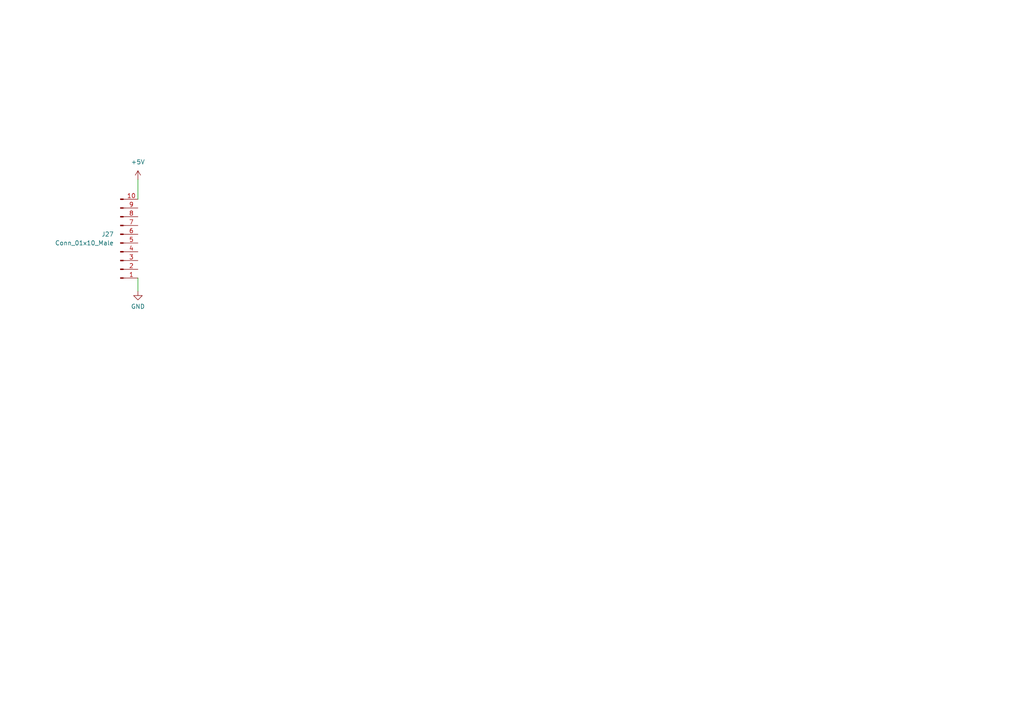
<source format=kicad_sch>
(kicad_sch (version 20211123) (generator eeschema)
  (paper "A4")
  (lib_symbols
    (symbol "Connector:Conn_01x10_Male" (pin_names (offset 1.016) hide)
      (property "Reference" "J" (at 0 12.7 0))
      (property "Value" "Conn_01x10_Male" (at 0 -15.24 0))
      (symbol "Conn_01x10_Male_1_1"
        (polyline (pts (xy 1.27 -12.7) (xy 0.8636 -12.7)) (stroke (width 0.1524)))
        (polyline (pts (xy 1.27 -10.16) (xy 0.8636 -10.16)) (stroke (width 0.1524)))
        (polyline (pts (xy 1.27 -7.62) (xy 0.8636 -7.62)) (stroke (width 0.1524)))
        (polyline (pts (xy 1.27 -5.08) (xy 0.8636 -5.08)) (stroke (width 0.1524)))
        (polyline (pts (xy 1.27 -2.54) (xy 0.8636 -2.54)) (stroke (width 0.1524)))
        (polyline (pts (xy 1.27 0) (xy 0.8636 0)) (stroke (width 0.1524)))
        (polyline (pts (xy 1.27 2.54) (xy 0.8636 2.54)) (stroke (width 0.1524)))
        (polyline (pts (xy 1.27 5.08) (xy 0.8636 5.08)) (stroke (width 0.1524)))
        (polyline (pts (xy 1.27 7.62) (xy 0.8636 7.62)) (stroke (width 0.1524)))
        (polyline (pts (xy 1.27 10.16) (xy 0.8636 10.16)) (stroke (width 0.1524)))
        (rectangle (start 0.8636 -12.573) (end 0 -12.827) (stroke (width 0.1524)) (fill (type outline)))
        (rectangle (start 0.8636 -10.033) (end 0 -10.287) (stroke (width 0.1524)) (fill (type outline)))
        (rectangle (start 0.8636 -7.493) (end 0 -7.747) (stroke (width 0.1524)) (fill (type outline)))
        (rectangle (start 0.8636 -4.953) (end 0 -5.207) (stroke (width 0.1524)) (fill (type outline)))
        (rectangle (start 0.8636 -2.413) (end 0 -2.667) (stroke (width 0.1524)) (fill (type outline)))
        (rectangle (start 0.8636 0.127) (end 0 -0.127) (stroke (width 0.1524)) (fill (type outline)))
        (rectangle (start 0.8636 2.667) (end 0 2.413) (stroke (width 0.1524)) (fill (type outline)))
        (rectangle (start 0.8636 5.207) (end 0 4.953) (stroke (width 0.1524)) (fill (type outline)))
        (rectangle (start 0.8636 7.747) (end 0 7.493) (stroke (width 0.1524)) (fill (type outline)))
        (rectangle (start 0.8636 10.287) (end 0 10.033) (stroke (width 0.1524)) (fill (type outline)))
        (pin passive line (at 5.08 10.16 180) (length 3.81) (name "Pin_1") (number "1"))
        (pin passive line (at 5.08 -12.7 180) (length 3.81) (name "Pin_10") (number "10"))
        (pin passive line (at 5.08 7.62 180) (length 3.81) (name "Pin_2") (number "2"))
        (pin passive line (at 5.08 5.08 180) (length 3.81) (name "Pin_3") (number "3"))
        (pin passive line (at 5.08 2.54 180) (length 3.81) (name "Pin_4") (number "4"))
        (pin passive line (at 5.08 0 180) (length 3.81) (name "Pin_5") (number "5"))
        (pin passive line (at 5.08 -2.54 180) (length 3.81) (name "Pin_6") (number "6"))
        (pin passive line (at 5.08 -5.08 180) (length 3.81) (name "Pin_7") (number "7"))
        (pin passive line (at 5.08 -7.62 180) (length 3.81) (name "Pin_8") (number "8"))
        (pin passive line (at 5.08 -10.16 180) (length 3.81) (name "Pin_9") (number "9"))
      )
    )
    (symbol "power:+5V" (power) (pin_names (offset 0))
      (property "Value" "+5V" (at 0 3.556 0))
      (symbol "+5V_0_1"
        (polyline (pts (xy -0.762 1.27) (xy 0 2.54)))
        (polyline (pts (xy 0 0) (xy 0 2.54)))
        (polyline (pts (xy 0 2.54) (xy 0.762 1.27)))
      )
      (symbol "+5V_1_1"
        (pin power_in line (at 0 0 90) (length 0) hide (name "+5V") (number "1"))
      )
    )
    (symbol "power:GND" (power) (pin_names (offset 0))
      (property "Value" "GND" (at 0 -3.81 0))
      (symbol "GND_0_1"
        (polyline (pts (xy 0 0) (xy 0 -1.27) (xy 1.27 -1.27) (xy 0 -2.54) (xy -1.27 -1.27) (xy 0 -1.27)))
      )
      (symbol "GND_1_1"
        (pin power_in line (at 0 0 270) (length 0) hide (name "GND") (number "1"))
      )
    )
  )
  (wire (pts (xy 40.005 52.07) (xy 40.005 57.785)))
  (wire (pts (xy 40.005 80.645) (xy 40.005 84.455)))
  (symbol (lib_id "power:GND") (at 40.005 84.455 0) (unit 1)
    (property "Reference" "#PWR0103" (effects hide))
    (property "Value" "GND" (at 40.005 88.9 0))
  )
  (symbol (lib_id "Connector:Conn_01x10_Male") (at 34.925 70.485 0) (mirror x) (unit 1)
    (property "Reference" "J27" (at 33.02 67.9449 0) (effects (justify right)))
    (property "Value" "Conn_01x10_Male" (at 33.02 70.4849 0) (effects (justify right)))
  )
  (symbol (lib_id "power:+5V") (at 40.005 52.07 0) (unit 1)
    (property "Reference" "#PWR0104" (effects hide))
    (property "Value" "+5V" (at 40.005 46.99 0))
  )
)
</source>
